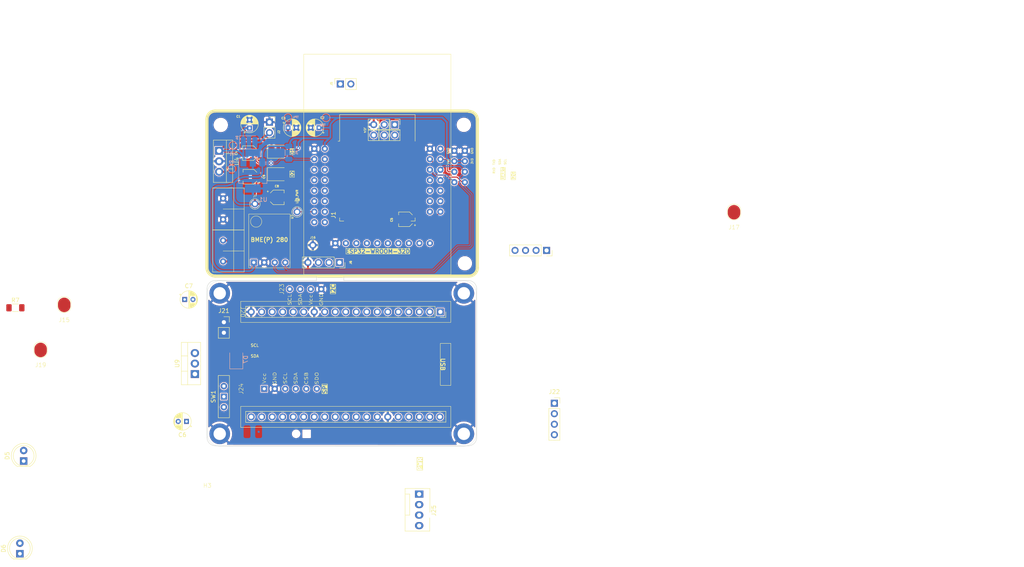
<source format=kicad_pcb>
(kicad_pcb (version 20240108) (generator "pcbnew") (generator_version "8.0")
  (layers (0 "F.Cu" signal) (31 "B.Cu" signal) (34 "B.Paste" user) (35 "F.Paste" user) (36 "B.SilkS" user "B.Silkscreen") (37 "F.SilkS" user "F.Silkscreen") (38 "B.Mask" user) (39 "F.Mask" user) (44 "Edge.Cuts" user))
  (net 0 "")
  (net 1 "GND")
  (net 2 "+3V3")
  (net 3 "+5V")
  (net 4 "/RXD")
  (net 5 "/TXD")
  (net 6 "/SDA")
  (net 7 "/GPIO_33")
  (net 8 "/SCL")
  (net 9 "/OUT3")
  (net 10 "/EN")
  (net 11 "/SOURCE2")
  (net 12 "/SOURCE1")
  (net 13 "/SOURCE3")
  (net 14 "/VDC")
  (net 15 "/DAC1")
  (net 16 "/DAC2")
  (net 17 "/GPIO39")
  (net 18 "/GPIO19")
  (net 19 "/GPIO17")
  (net 20 "/GPIO5")
  (net 21 "/GPIO18")
  (net 22 "/SD_DATA0")
  (net 23 "/ADC2_CH3")
  (net 24 "/SD_DATA3")
  (net 25 "/SD_CMD")
  (net 26 "/SD_CLK")
  (net 27 "/SD_DATA2")
  (net 28 "/SD_DATA1")
  (net 29 "/ADC2_CH0")
  (net 30 "/GPIO23")
  (net 31 "/GPIO36")
  (net 32 "/ADC2_CH2")
  (net 33 "/BOOT")
  (net 34 "/GPIO13")
  (net 35 "/SOURCE4")
  (net 36 "/SOURCE5")
  (net 37 "/SIPO_DATA")
  (net 38 "/SIPO_CLK")
  (net 39 "/SIPO_LATCH")
  (net 40 "/GPIO14")
  (net 41 "/OUT1")
  (net 42 "/VIN")
  (net 43 "Net-(D5-Pad1)")
  (net 44 "Net-(J15-Pin_1)")
  (net 45 "Net-(J19-Pin_1)")
  (net 46 "/OUT2")
  (net 58 "/ESP32-WROOM-32U Node/VIN")
  (net 63 "/ESP32-WROOM-32U Node/VDC")
  (net 74 "/ESP32-WROOM-32U Node/SPI-SDO")
  (net 75 "/ESP32-WROOM-32U Node/TX")
  (net 76 "Net-(J21-Pin_1)")
  (net 77 "/ESP32-WROOM-32U Node/SDA-2")
  (net 78 "/ESP32-WROOM-32U Node/SPI-CSB")
  (net 79 "/ESP32-WROOM-32U Node/SPI-SCL")
  (net 80 "/ESP32-WROOM-32U Node/3V3")
  (net 81 "/ESP32-WROOM-32U Node/SCL-2")
  (net 82 "/ESP32-WROOM-32U Node/RX")
  (net 83 "Net-(J21-Pin_2)")
  (net 85 "/ESP32-WROOM-32U Node/SPI-SDA")
  (net 87 "/ESP32-WROOM-32U Node/12V")
  (footprint "Capacitor_THT:CP_Radial_D4.0mm_P2.00mm" (layer "F.Cu") (at 107 44.2 180)
    (property "Reference" "C2")
    (property "Value" "1uF")
  )
  (footprint "LED_SMD:LED_1210_3225Metric_Pad1.42x2.65mm_HandSolder" (layer "F.Cu") (at 97 55.45)
    (property "Reference" "D2")
    (property "Value" "STATUS")
  )
  (footprint "Alexander Footprint Library:Board_65-40" (layer "F.Cu") (at 80 131.25)
    (property "Reference" "H3")
    (property "Value" "Project_Box_Board_65x40")
    (fp_line (start 0 -13) (end 0 -47) (stroke (width 0.05)) (layer "Edge.Cuts"))
    (fp_line (start 3 -50) (end 62 -50) (stroke (width 0.05)) (layer "Edge.Cuts"))
    (fp_line (start 62 -10) (end 3 -10) (stroke (width 0.05)) (layer "Edge.Cuts"))
    (fp_line (start 65 -47) (end 65 -13) (stroke (width 0.05)) (layer "Edge.Cuts"))
    (fp_arc (start 0 -47) (mid 0.87868 -49.12132) (end 3 -50) (stroke (width 0.05)) (layer "Edge.Cuts"))
    (fp_arc (start 3 -10) (mid 0.87868 -10.87868) (end 0 -13) (stroke (width 0.05)) (layer "Edge.Cuts"))
    (fp_arc (start 62 -50) (mid 64.12132 -49.12132) (end 65 -47) (stroke (width 0.05)) (layer "Edge.Cuts"))
    (fp_arc (start 65 -13) (mid 64.12132 -10.87868) (end 62 -10) (stroke (width 0.05)) (layer "Edge.Cuts"))
  )
  (footprint "Capacitor_SMD:CP_Elec_3x5.3" (layer "F.Cu") (at 90.3 50.35 180)
    (property "Reference" "C4")
    (property "Value" "0.1uF")
  )
  (footprint "Resistor_SMD:R_1206_3216Metric_Pad1.30x1.75mm_HandSolder" (layer "F.Cu") (at 33.612 87.7585)
    (property "Reference" "R7")
    (property "Value" "4K7")
  )
  (footprint "LED_THT:LED_D5.0mm" (layer "F.Cu") (at 34.7 147.25 90)
    (property "Reference" "D6")
    (property "Value" "LED_STATUS")
  )
  (footprint "Button_Switch_THT:SW_Slide-03_Wuerth-WS-SLTV_10x2.5x6.4_P2.54mm" (layer "F.Cu") (at 84 109.25 90)
    (property "Reference" "SW1")
    (property "Value" "SW_SPDT")
  )
  (footprint "Connector_PinSocket_2.54mm:PinSocket_1x04_P2.54mm_Vertical" (layer "F.Cu") (at 163.88 110.85)
    (property "Reference" "J22")
    (property "Value" "PWR_SATA_Conn_01x04")
  )
  (footprint "Alexander Footprint Library:Pad_1x01_P2.54_SMD" (layer "F.Cu") (at 39.712 102.098)
    (property "Reference" "J19")
    (property "Value" "LED_PWR")
  )
  (footprint "Alexanddr Footprints Library:ESP32-WROOM-Adapter-Socket-2" (layer "F.Cu") (at 121.1 56.9025)
    (property "Reference" "J1")
    (property "Value" "~")
  )
  (footprint "Alexander Footprint Library:Pad_1x01_P2.54_SMD" (layer "F.Cu") (at 45.412 91.198)
    (property "Reference" "J15")
    (property "Value" "LED_PWR")
  )
  (footprint "MountingHole:MountingHole_3mm" (layer "F.Cu") (at 142 43.5)
    (property "Reference" "H1" (hide yes))
    (property "Value" "MountingHole_Pad")
  )
  (footprint "Connector_PinSocket_2.54mm:PinSocket_1x02_P2.54mm_Vertical" (layer "F.Cu") (at 84 91.25)
    (property "Reference" "J21")
    (property "Value" "PWR")
  )
  (footprint "MountingHole:MountingHole_3mm" (layer "F.Cu") (at 83.25 43.53)
    (property "Reference" "H2" (hide yes))
    (property "Value" "MountingHole_Pad")
  )
  (footprint "Alexander Footprints Library:Conn_Terminal_5mm" (layer "F.Cu") (at 83.82 53.69)
    (property "Reference" "J9" (hide yes))
    (property "Value" "Conn_01x02_Socket")
  )
  (footprint "Alexander Footprint Library:Pad_1x01_P2.54_SMD" (layer "F.Cu") (at 207.3 68.7895)
    (property "Reference" "J17")
    (property "Value" "GND")
  )
  (footprint "Capacitor_THT:CP_Radial_D4.0mm_P2.00mm" (layer "F.Cu") (at 74.527401 85.75)
    (property "Reference" "C7")
    (property "Value" "1uF")
  )
  (footprint "Connector:FanPinHeader_1x04_P2.54mm_Vertical" (layer "F.Cu") (at 131.2 132.83 -90)
    (property "Reference" "J25")
    (property "Value" "Conn_01x04_Pin")
  )
  (footprint "Capacitor_SMD:CP_Elec_3x5.3" (layer "F.Cu") (at 90.4 56.05 180)
    (property "Reference" "C9")
    (property "Value" "0.1uF")
  )
  (footprint "Alexander Footprint Library:PinSocket_1x01_P2.54" (layer "F.Cu") (at 91.5 65.19)
    (property "Reference" "J7")
    (property "Value" "LED_PWR")
  )
  (footprint "Alexander Footprint Library:Conn_SPI" (layer "F.Cu") (at 88.68 107.35 90)
    (property "Reference" "J24")
    (property "Value" "~")
  )
  (footprint "Connector_PinSocket_2.54mm:PinSocket_1x02_P2.54mm_Vertical" (layer "F.Cu") (at 95.025 42.85)
    (property "Reference" "J2")
    (property "Value" "PWR")
  )
  (footprint "Connector_PinSocket_2.54mm:PinSocket_1x04_P2.54mm_Vertical" (layer "F.Cu") (at 111.94 76.8 -90)
    (property "Reference" "J6")
    (property "Value" "SOURCE")
  )
  (footprint "Connector_PinSocket_2.54mm:PinSocket_1x04_P2.54mm_Vertical" (layer "F.Cu") (at 162 73.875 -90)
    (property "Reference" "J10" (hide yes))
    (property "Value" "ADC")
  )
  (footprint "Capacitor_SMD:CP_Elec_3x5.3" (layer "F.Cu") (at 128 66.35 180)
    (property "Reference" "C5")
    (property "Value" "0.1uF")
  )
  (footprint "Capacitor_THT:CP_Radial_D4.0mm_P2.00mm" (layer "F.Cu") (at 99.5 44.2)
    (property "Reference" "C3")
    (property "Value" "1uF")
  )
  (footprint "Alexander Footprint Library:Conn_ESP32_WROOM-DevKit-38pins" (layer "F.Cu") (at 88.06 88.75 -90)
    (property "Reference" "J20")
    (property "Value" "~")
  )
  (footprint "Capacitor_SMD:CP_Elec_3x5.3" (layer "F.Cu") (at 96.8 61.05)
    (property "Reference" "C8")
    (property "Value" "10uF")
  )
  (footprint "Alexander Footprint Library:LD1117" (layer "F.Cu") (at 77 103.79 90)
    (property "Reference" "U9")
    (property "Value" "L7805")
  )
  (footprint "Alexander Footprint Library:PinSocket_1x01_P2.54" (layer "F.Cu") (at 101.7 67.12)
    (property "Reference" "J18")
    (property "Value" "LED_PWR")
  )
  (footprint "Alexander Footprint Library:Conn_I2C" (layer "F.Cu") (at 115.16 83.25 -90)
    (property "Reference" "J23")
    (property "Value" "I2C")
  )
  (footprint "Capacitor_THT:CP_Radial_D4.0mm_P2.00mm" (layer "F.Cu") (at 74.9726 115.25 180)
    (property "Reference" "C6")
    (property "Value" "1uF")
  )
  (footprint "Connector_PinSocket_2.54mm:PinSocket_1x02_P2.54mm_Vertical" (layer "F.Cu") (at 112.15 33.625 90)
    (property "Reference" "J5")
    (property "Value" "DAC")
  )
  (footprint "Alexander Footprint Library:CONN_2x3" (layer "F.Cu") (at 130.38 43.45 -90)
    (property "Reference" "J14")
    (property "Value" "GPIO")
  )
  (footprint "Alexander Footprints Library:Conn_UART" (layer "F.Cu") (at 139.7 42.15)
    (property "Reference" "J3" (hide yes))
    (property "Value" "UART")
  )
  (footprint "Alexander Footprint Library:PinSocket_1x01_P2.54" (layer "F.Cu") (at 105.5 75.19)
    (property "Reference" "J16")
    (property "Value" "GND")
  )
  (footprint "Capacitor_THT:CP_Radial_D4.0mm_P2.00mm" (layer "F.Cu") (at 90.2 44.3 90)
    (property "Reference" "C1")
    (property "Value" "1uF")
  )
  (footprint "Alexander Footprint Library:BME280_BMP280_I2C" (layer "F.Cu") (at 90 78.1 90)
    (property "Reference" "U7")
    (property "Value" "BME(P)280")
  )
  (footprint "Alexander Footprint Library:LD1117" (layer "F.Cu") (at 82.855 49.77 -90)
    (property "Reference" "U4")
    (property "Value" "L7805")
  )
  (footprint "Alexander Footprints Library:Conn_I2C" (layer "F.Cu") (at 142.24 42.15)
    (property "Reference" "J4" (hide yes))
    (property "Value" "I2C")
  )
  (footprint "LED_THT:LED_D5.0mm" (layer "F.Cu") (at 35.612 124.8335 90)
    (property "Reference" "D5")
    (property "Value" "LED_PWR")
  )
  (footprint "LED_SMD:LED_1210_3225Metric_Pad1.42x2.65mm_HandSolder" (layer "F.Cu") (at 97 50)
    (property "Reference" "D1")
    (property "Value" "PWR")
  )
  (footprint "MountingHole:MountingHole_3mm" (layer "F.Cu") (at 142.25 77)
    (property "Reference" "H4" (hide yes))
    (property "Value" "MountingHole_Pad")
  )
  (footprint "Alexander Footprints Library:Conn_Terminal_5mm" (layer "F.Cu") (at 83.82 63.85)
    (property "Reference" "J8" (hide yes))
    (property "Value" "Conn_01x02_Socket")
  )
  (footprint "TestPoint:TestPoint_Pad_D1.5mm" (layer "B.Cu") (at 99.5 41.75 180)
    (property "Reference" "TP4")
    (property "Value" "5V")
  )
  (footprint "TestPoint:TestPoint_Pad_D1.5mm" (layer "B.Cu") (at 108.7 41.75 180)
    (property "Reference" "TP3")
    (property "Value" "3V3")
  )
  (footprint "Diode_SMD:D_1210_3225Metric" (layer "B.Cu") (at 87 100.25 90)
    (property "Reference" "D7")
    (property "Value" "D")
  )
  (footprint "Resistor_SMD:R_1206_3216Metric_Pad1.30x1.75mm_HandSolder" (layer "B.Cu") (at 99.7 50.25 -90)
    (property "Reference" "R1")
    (property "Value" "10K")
  )
  (footprint "Diode_SMD:D_1210_3225Metric" (layer "B.Cu") (at 90.1 47.75)
    (property "Reference" "D4")
    (property "Value" "D")
  )
  (footprint "TestPoint:TestPoint_Pad_D1.5mm" (layer "B.Cu") (at 86.2 48.45 180)
    (property "Reference" "TP1")
    (property "Value" "VIN")
  )
  (footprint "TestPoint:TestPoint_Pad_D1.5mm" (layer "B.Cu") (at 85.9 54.15 180)
    (property "Reference" "TP2")
    (property "Value" "GND")
  )
  (footprint "Package_TO_SOT_SMD:SOT-223-3_TabPin2" (layer "B.Cu") (at 91 55.75 -90)
    (property "Reference" "U1")
    (property "Value" "AMS1117-3V3")
  )
  (gr_line (start 145.25 42.11421) (end 145.25 78.085782) (stroke (width 0.75)) (layer "F.SilkS"))
  (gr_line (start 81.914218 40.164218) (end 143.08579 40.164218) (stroke (width 0.75)) (layer "F.SilkS"))
  (gr_arc (start 145.25 78.085782) (mid 144.66422 79.500007) (end 143.25 80.085782) (stroke (width 0.75)) (layer "F.SilkS"))
  (gr_line (start 79.914218 42.11421) (end 79.914218 78.085782) (stroke (width 0.75)) (layer "F.SilkS"))
  (gr_arc (start 81.914218 80.085782) (mid 80.499999 79.500001) (end 79.914218 78.085782) (stroke (width 0.75)) (layer "F.SilkS"))
  (gr_arc (start 143.25 40.25) (mid 144.664214 40.835786) (end 145.25 42.25) (stroke (width 0.75)) (layer "F.SilkS"))
  (gr_arc (start 79.914218 42.164218) (mid 80.499999 40.749999) (end 81.914218 40.164218) (stroke (width 0.75)) (layer "F.SilkS"))
  (gr_line (start 81.914214 80.085782) (end 143.085786 80.085782) (stroke (width 0.75)) (layer "F.SilkS"))
  (gr_line (start 82.014214 80.235786) (end 106.4 80.25) (stroke (width 0.1)) (layer "Edge.Cuts"))
  (gr_line (start 80 42.25) (end 80.014214 78.235786) (stroke (width 0.1)) (layer "Edge.Cuts"))
  (gr_arc (start 79.921321 83.157107) (mid 80.507106 81.742896) (end 81.921321 81.157107) (stroke (width 0.1)) (layer "Edge.Cuts"))
  (gr_line (start 81.921321 121.128679) (end 143.107107 121.142893) (stroke (width 0.1)) (layer "Edge.Cuts"))
  (gr_arc (start 81.921321 121.128679) (mid 80.507101 120.542899) (end 79.921321 119.128679) (stroke (width 0.1)) (layer "Edge.Cuts"))
  (gr_line (start 143.092893 81.157107) (end 113 81.15) (stroke (width 0.1)) (layer "Edge.Cuts"))
  (gr_arc (start 145.107107 119.142893) (mid 144.521321 120.557107) (end 143.107107 121.142893) (stroke (width 0.1)) (layer "Edge.Cuts"))
  (gr_line (start 106.4 81.15) (end 81.921321 81.157107) (stroke (width 0.1)) (layer "Edge.Cuts"))
  (gr_arc (start 143.185786 40.264214) (mid 144.600004 40.849996) (end 145.185786 42.264214) (stroke (width 0.1)) (layer "Edge.Cuts"))
  (gr_line (start 113 80.25) (end 143.185786 80.235786) (stroke (width 0.1)) (layer "Edge.Cuts"))
  (gr_arc (start 82.014214 80.235786) (mid 80.599996 79.650004) (end 80.014214 78.235786) (stroke (width 0.1)) (layer "Edge.Cuts"))
  (gr_line (start 145.185786 42.264214) (end 145.185786 78.235786) (stroke (width 0.1)) (layer "Edge.Cuts"))
  (gr_arc (start 80 42.25) (mid 80.585786 40.835786) (end 82 40.25) (stroke (width 0.1)) (layer "Edge.Cuts"))
  (gr_line (start 145.107107 119.142893) (end 145.092893 83.157107) (stroke (width 0.1)) (layer "Edge.Cuts"))
  (gr_line (start 79.921321 119.128679) (end 79.921321 83.157107) (stroke (width 0.1)) (layer "Edge.Cuts"))
  (gr_line (start 106.4 81.15) (end 106.4 80.25) (stroke (width 0.1)) (layer "Edge.Cuts"))
  (gr_arc (start 145.185786 78.235786) (mid 144.600004 79.650004) (end 143.185786 80.235786) (stroke (width 0.1)) (layer "Edge.Cuts"))
  (gr_arc (start 143.092893 81.157107) (mid 144.507112 81.742888) (end 145.092893 83.157107) (stroke (width 0.1)) (layer "Edge.Cuts"))
  (gr_line (start 113 81.15) (end 113 80.25) (stroke (width 0.1)) (layer "Edge.Cuts"))
  (gr_line (start 143.185786 40.264214) (end 82 40.25) (stroke (width 0.1)) (layer "Edge.Cuts"))
  (gr_text "SCL" (at 90.4 96.85 0) (layer "F.SilkS") (effects (font (size 0.7 0.7) (thickness 0.125) (bold yes)) (justify left)))
  (gr_text "SDA" (at 90.4 99.45 0) (layer "F.SilkS") (effects (font (size 0.7 0.7) (thickness 0.125) (bold yes)) (justify left)))
  (gr_text "PWR" (at 132 127.25 90) (layer "F.SilkS" knockout) (effects (font (size 1 1) (thickness 0.25) (bold yes)) (justify left bottom)))
  (segment (start 84.21 66) (end 83.82 66.39) (width 0.5) (layer "F.Cu") (net 1))
  (segment (start 95.5 54.8625) (end 95.5125 54.85) (width 0.25) (layer "F.Cu") (net 1))
  (segment (start 95.5 55.4625) (end 95.5125 55.45) (width 0.25) (layer "F.Cu") (net 1))
  (segment (start 91.5 59.65) (end 91.9 59.25) (width 0.5) (layer "F.Cu") (net 2))
  (segment (start 101.15 50) (end 102 49.15) (width 0.5) (layer "F.Cu") (net 2))
  (segment (start 94.63 62.62) (end 91.5 62.62) (width 0.5) (layer "F.Cu") (net 2))
  (segment (start 91.9 59.25) (end 91.9 56.05) (width 0.5) (layer "F.Cu") (net 2))
  (segment (start 98.4875 50) (end 101.15 50) (width 0.5) (layer "F.Cu") (net 2))
  (segment (start 95.3 61.05) (end 95.3 61.95) (width 0.5) (layer "F.Cu") (net 2))
  (segment (start 95.3 61.95) (end 94.63 62.62) (width 0.5) (layer "F.Cu") (net 2))
  (segment (start 91.5 62.62) (end 91.5 59.65) (width 0.5) (layer "F.Cu") (net 2))
  (via (at 102 49.15) (size 0.8) (drill 0.4) (layers "F.Cu" "B.Cu") (net 2))
  (segment (start 96.075 48.7) (end 97.525 48.7) (width 0.5) (layer "B.Cu") (net 2))
  (segment (start 108.4 49.2825) (end 108.4 47.85) (width 0.5) (layer "B.Cu") (net 2))
  (segment (start 109.408578 44.2) (end 107 44.2) (width 0.5) (layer "B.Cu") (net 2))
  (segment (start 109.5 46.75) (end 109.75 46.5) (width 0.5) (layer "B.Cu") (net 2))
  (segment (start 81.3 75.997918) (end 81.3 59.75104) (width 0.5) (layer "B.Cu") (net 2))
  (segment (start 93.3 54.905025) (end 93.3 52.6) (width 0.5) (layer "B.Cu") (net 2))
  (segment (start 100 48.7) (end 100 48.03033) (width 0.5) (layer "B.Cu") (net 2))
  (segment (start 137.9 51.55) (end 138.66 52.31) (width 0.5) (layer "B.Cu") (net 2))
  (segment (start 84.202081 78.9) (end 89.990883 78.9) (width 0.5) (layer "B.Cu") (net 2))
  (segment (start 109.75 45) (end 109.75 44.141421) (width 0.5) (layer "B.Cu") (net 2))
  (segment (start 103 46.75) (end 101.28033 46.75) (width 0.5) (layer "B.Cu") (net 2))
  (segment (start 109.75 43.858578) (end 109.75 44.141421) (width 0.5) (layer "B.Cu") (net 2))
  (segment (start 138.66 52.31) (end 139.7 52.31) (width 0.5) (layer "B.Cu") (net 2))
  (segment (start 139.7 52.31) (end 142.24 52.31) (width 0.5) (layer "B.Cu") (net 2))
  (segment (start 129.1 41.75) (end 136.8 41.75) (width 0.5) (layer "B.Cu") (net 2))
  (segment (start 112.31066 41.75) (end 129.1 41.75) (width 0.5) (layer "B.Cu") (net 2))
  (segment (start 88.207106 62.75) (end 91.5 62.75) (width 0.5) (layer "B.Cu") (net 2))
  (segment (start 86.5 61.042893) (end 86.5 57.5) (width 0.5) (layer "B.Cu") (net 2))
  (segment (start 103 46.75) (end 109.5 46.75) (width 0.5) (layer "B.Cu") (net 2))
  (segment (start 137.9 42.85) (end 137.9 51.55) (width 0.5) (layer "B.Cu") (net 2))
  (segment (start 91.22 77.670883) (end 91.22 76.8) (width 0.5) (layer "B.Cu") (net 2))
  (segment (start 89.455634 56.1) (end 92.105025 56.1) (width 0.5) (layer "B.Cu") (net 2))
  (segment (start 96.075 48.7) (end 95.177817 48.7) (width 0.5) (layer "B.Cu") (net 2))
  (segment (start 136.8 41.75) (end 137.9 42.85) (width 0.5) (layer "B.Cu") (net 2))
  (segment (start 108.4 47.85) (end 109.75 46.5) (width 0.5) (layer "B.Cu") (net 2))
  (segment (start 109.75 46.5) (end 109.75 45) (width 0.5) (layer "B.Cu") (net 2))
  (segment (start 110.015165 42.984834) (end 110.5 42.5) (width 0.5) (layer "B.Cu") (net 2))
  (segment (start 102 47.75) (end 103 46.75) (width 0.5) (layer "B.Cu") (net 2))
  (segment (start 109.75 43.858578) (end 109.75 43.625) (width 0.5) (layer "B.Cu") (net 2))
  (segment (start 93.3 52.6) (end 93.3 50.577817) (width 0.5) (layer "B.Cu") (net 2))
  (segment (start 82.75104 58.3) (end 84.144365 58.3) (width 0.5) (layer "B.Cu") (net 2))
  (segment (start 102 49.15) (end 102 47.75) (width 0.5) (layer "B.Cu") (net 2))
  (segment (start 129.3 41.75) (end 129.1 41.75) (width 0.5) (layer "B.Cu") (net 2))
  (segment (start 108.7 41.75) (end 112.31066 41.75) (width 0.5) (layer "B.Cu") (net 2))
  (segment (start 100 48.7) (end 97.525 48.7) (width 0.5) (layer "B.Cu") (net 2))
  (arc (start 93.3 54.905025) (mid 93.209037 55.362322) (end 92.95 55.75) (width 0.5) (layer "B.Cu") (net 2))
  (arc (start 86.8 57.2) (mid 85.581584 58.014119) (end 84.144365 58.3) (width 0.5) (layer "B.Cu") (net 2))
  (arc (start 89.455634 56.1) (mid 88.018415 56.38588) (end 86.8 57.2) (width 0.5) (layer "B.Cu") (net 2))
  (arc (start 86.5 61.042893) (mid 86.629945 61.696174) (end 87 62.25) (width 0.5) (layer "B.Cu") (net 2))
  (arc (start 82.75104 58.3) (mid 82.195751 58.410453) (end 81.725 58.725) (width 0.5) (layer "B.Cu") (net 2))
  (arc (start 92.95 55.75) (mid 92.562322 56.009037) (end 92.105025 56.1) (width 0.5) (layer "B.Cu") (net 2))
  (arc (start 109.75 43.625) (mid 109.818914 43.278544) (end 110.015165 42.984834) (width 0.5) (layer "B.Cu") (net 2))
  (arc (start 95.177817 48.7) (mid 94.459207 48.84294) (end 93.85 49.25) (width 0.5) (layer "B.Cu") (net 2))
  (arc (start 82.15 78.05) (mid 83.091502 78.679092) (end 84.202081 78.9) (width 0.5) (layer "B.Cu") (net 2))
  (arc (start 109.75 44.141421) (mid 109.713838 44.087301) (end 109.65 44.1) (width 0.5) (layer "B.Cu") (net 2))
  (arc (start 93.85 49.25) (mid 93.44294 49.859207) (end 93.3 50.577817) (width 0.5) (layer "B.Cu") (net 2))
  (arc (start 90.86 78.54) (mid 90.461245 78.806439) (end 89.990883 78.9) (width 0.5) (layer "B.Cu") (net 2))
  (arc (start 109.65 44.1) (mid 109.539234 44.17401) (end 109.408578 44.2) (width 0.5) (layer "B.Cu") (net 2))
  (arc (start 87 62.25) (mid 87.553825 62.620054) (end 88.207106 62.75) (width 0.5) (layer "B.Cu") (net 2))
  (arc (start 81.725 58.725) (mid 81.410453 59.195751) (end 81.3 59.75104) (width 0.5) (layer "B.Cu") (net 2))
  (arc (start 101.28033 46.75) (mid 100.790368 46.847459) (end 100.375 47.125) (width 0.5) (layer "B.Cu") (net 2))
  (arc (start 91.22 77.670883) (mid 91.126439 78.141245) (end 90.86 78.54) (width 0.5) (layer "B.Cu") (net 2))
  (arc (start 110.5 42.5) (mid 111.330737 41.944918) (end 112.31066 41.75) (width 0.5) (layer "B.Cu") (net 2))
  (arc (start 109.65 44.1) (mid 109.72401 43.989234) (end 109.75 43.858578) (width 0.5) (layer "B.Cu") (net 2))
  (arc (start 100.375 47.125) (mid 100.097459 47.540368) (end 100 48.03033) (width 0.5) (layer "B.Cu") (net 2))
  (arc (start 81.3 75.997918) (mid 81.520907 77.108496) (end 82.15 78.05) (width 0.5) (layer "B.Cu") (net 2))
  (segment (start 99.5 45.693413) (end 99.5 44.2) (width 0.5) (layer "F.Cu") (net 3))
  (segment (start 98.6375 46.9625) (end 99.2125 46.3875) (width 0.5) (layer "F.Cu") (net 3))
  (segment (start 88.1 47.25) (end 97.943413 47.25) (width 0.5) (layer "F.Cu") (net 3))
  (segment (start 84.9 54.85) (end 85.4 54.35) (width 0.5) (layer "F.Cu") (net 3))
  (segment (start 85.4 54.35) (end 85.4 49.95) (width 0.5) (layer "F.Cu") (net 3))
  (segment (start 82.855 54.85) (end 84.9 54.85) (width 0.5) (layer "F.Cu") (net 3))
  (segment (start 85.4 49.95) (end 88.1 47.25) (width 0.5) (layer "F.Cu") (net 3))
  (arc (start 97.943413 47.25) (mid 98.31905 47.175281) (end 98.6375 46.9625) (width 0.5) (layer "F.Cu") (net 3))
  (arc (start 99.5 45.693413) (mid 99.425281 46.06905) (end 99.2125 46.3875) (width 0.5) (layer "F.Cu") (net 3))
  (segment (start 99.5 42.25) (end 99.5 44.2) (width 0.25) (layer "B.Cu") (net 3))
  (segment (start 139.7 57.35) (end 139.7 57.39) (width 0.25) (layer "F.Cu") (net 4))
  (segment (start 140.3 57.45) (end 139.3 57.45) (width 0.25) (layer "F.Cu") (net 4))
  (segment (start 139.04 57.39) (end 139.7 57.39) (width 0.25) (layer "F.Cu") (net 4))
  (segment (start 137.96 55.65) (end 139.7 57.39) (width 0.25) (layer "B.Cu") (net 4))
  (segment (start 133.8 54.3625) (end 135.0875 55.65) (width 0.25) (layer "B.Cu") (net 4))
  (segment (start 135.0875 55.65) (end 137.96 55.65) (width 0.25) (layer "B.Cu") (net 4))
  (segment (start 138 52.25) (end 137.5725 51.8225) (width 0.25) (layer "F.Cu") (net 5))
  (segment (start 139.7 54.85) (end 138.3 54.85) (width 0.25) (layer "F.Cu") (net 5))
  (segment (start 137.5725 51.8225) (end 136.34 51.8225) (width 0.25) (layer "F.Cu") (net 5))
  (segment (start 138 54.55) (end 138 52.25) (width 0.25) (layer "F.Cu") (net 5))
  (segment (start 138.3 54.85) (end 138 54.55) (width 0.25) (layer "F.Cu") (net 5))
  (segment (start 139.7 54.85) (end 139.5 54.85) (width 0.25) (layer "F.Cu") (net 5))
  (segment (start 142.24 54.85) (end 142.24 55.51) (width 0.25) (layer "F.Cu") (net 6))
  (segment (start 98.84 76.8) (end 98.84 78.09) (width 0.25) (layer "B.Cu") (net 6))
  (segment (start 141 57.95) (end 141 56.09) (width 0.25) (layer "B.Cu") (net 6))
  (segment (start 140.990501 53.600501) (end 142.24 54.85) (width 0.25) (layer "B.Cu") (net 6))
  (segment (start 136.34 54.3625) (end 137.101999 53.600501) (width 0.25) (layer "B.Cu") (net 6))
  (segment (start 143.281802 72.781802) (end 143.55 72.513604) (width 0.25) (layer "B.Cu") (net 6))
  (segment (start 99.4 78.65) (end 130.7 78.65) (width 0.25) (layer "B.Cu") (net 6))
  (segment (start 130.7 78.65) (end 134.55 78.65) (width 0.25) (layer "B.Cu") (net 6))
  (segment (start 143.55 72.513604) (end 143.55 60.5) (width 0.25) (layer "B.Cu") (net 6))
  (segment (start 143.55 60.5) (end 141 57.95) (width 0.25) (layer "B.Cu") (net 6))
  (segment (start 140.418198 72.781802) (end 143.281802 72.781802) (width 0.25) (layer "B.Cu") (net 6))
  (segment (start 98.84 78.09) (end 99.4 78.65) (width 0.25) (layer "B.Cu") (net 6))
  (segment (start 141 56.09) (end 142.24 54.85) (width 0.25) (layer "B.Cu") (net 6))
  (segment (start 137.101999 53.600501) (end 140.990501 53.600501) (width 0.25) (layer "B.Cu") (net 6))
  (segment (start 134.55 78.65) (end 140.418198 72.781802) (width 0.25) (layer "B.Cu") (net 6))
  (segment (start 135.1 55.15) (end 135.6 55.65) (width 0.25) (layer "F.Cu") (net 8))
  (segment (start 133.8 51.8225) (end 135.1 53.1225) (width 0.25) (layer "F.Cu") (net 8))
  (segment (start 141.603604 57.39) (end 142.24 57.39) (width 0.25) (layer "F.Cu") (net 8))
  (segment (start 137.3 55.65) (end 137.8 56.15) (width 0.25) (layer "F.Cu") (net 8))
  (segment (start 135.1 53.1225) (end 135.1 55.15) (width 0.25) (layer "F.Cu") (net 8))
  (segment (start 135.6 55.65) (end 137.3 55.65) (width 0.25) (layer "F.Cu") (net 8))
  (segment (start 140.363604 56.15) (end 141.603604 57.39) (width 0.25) (layer "F.Cu") (net 8))
  (segment (start 137.8 56.15) (end 140.363604 56.15) (width 0.25) (layer "F.Cu") (net 8))
  (segment (start 142.24 58.553604) (end 142.24 57.39) (width 0.25) (layer "B.Cu") (net 8))
  (segment (start 144 72.7) (end 144 60.313604) (width 0.25) (layer "B.Cu") (net 8))
  (segment (start 134.8 79.1) (end 140.6 73.3) (width 0.25) (layer "B.Cu") (net 8))
  (segment (start 140.6 73.3) (end 143.4 73.3) (width 0.25) (layer "B.Cu") (net 8))
  (segment (start 96.3 76.8) (end 96.3 78.45) (width 0.25) (layer "B.Cu") (net 8))
  (segment (start 143.4 73.3) (end 144 72.7) (width 0.25) (layer "B.Cu") (net 8))
  (segment (start 96.3 78.45) (end 96.95 79.1) (width 0.25) (layer "B.Cu") (net 8))
  (segment (start 144 60.313604) (end 142.24 58.553604) (width 0.25) (layer "B.Cu") (net 8))
  (segment (start 96.95 79.1) (end 134.8 79.1) (width 0.25) (layer "B.Cu") (net 8))
  (segment (start 92.3 52.75) (end 91.8 52.25) (width 0.25) (layer "F.Cu") (net 10))
  (segment (start 91.8 52.25) (end 91.8 50.35) (width 0.25) (layer "F.Cu") (net 10))
  (segment (start 95.4 52.75) (end 92.3 52.75) (width 0.25) (layer "F.Cu") (net 10))
  (via (at 95.4 52.75) (size 0.8) (drill 0.4) (layers "F.Cu" "B.Cu") (net 10))
  (segment (start 95.4 52.75) (end 96.7 52.75) (width 0.25) (layer "B.Cu") (net 10))
  (segment (start 101.4 51.8) (end 101.45 51.8) (width 0.25) (layer "B.Cu") (net 10))
  (segment (start 105.86 51.8225) (end 101.4225 51.8225) (width 0.25) (layer "B.Cu") (net 10))
  (segment (start 99.7 51.8) (end 101.4 51.8) (width 0.25) (layer "B.Cu") (net 10))
  (segment (start 97.65 51.8) (end 99.7 51.8) (width 0.25) (layer "B.Cu") (net 10))
  (segment (start 101.4225 51.8225) (end 101.4 51.8) (width 0.25) (layer "B.Cu") (net 10))
  (segment (start 96.7 52.75) (end 97.65 51.8) (width 0.25) (layer "B.Cu") (net 10))
  (segment (start 86.37 71.47) (end 88 73.1) (width 0.5) (layer "F.Cu") (net 11))
  (segment (start 88 73.1) (end 99 73.1) (width 0.5) (layer "F.Cu") (net 11))
  (segment (start 83.82 71.47) (end 86.37 71.47) (width 0.5) (layer "F.Cu") (net 11))
  (segment (start 86.275 76.55) (end 88.075 74.75) (width 0.5) (layer "F.Cu") (net 12))
  (segment (start 83.82 76.55) (end 86.275 76.55) (width 0.5) (layer "F.Cu") (net 12))
  (segment (start 88.075 74.75) (end 99.75 74.75) (width 0.5) (layer "F.Cu") (net 12))
  (segment (start 95.025 45.425) (end 92.7 47.75) (width 0.5) (layer "B.Cu") (net 14))
  (segment (start 92.7 47.75) (end 91.5 47.75) (width 0.5) (layer "B.Cu") (net 14))
  (segment (start 95.025 45.39) (end 95.025 45.425) (width 0.5) (layer "B.Cu") (net 14))
  (segment (start 129.5 66.35) (end 134.5125 66.35) (width 0.25) (layer "F.Cu") (net 33))
  (segment (start 134.5125 66.35) (end 136.34 64.5225) (width 0.25) (layer "F.Cu") (net 33))
  (segment (start 101.7 56.05) (end 101.1 55.45) (width 0.25) (layer "F.Cu") (net 40))
  (segment (start 101.7 64.55) (end 105.8325 64.55) (width 0.25) (layer "F.Cu") (net 40))
  (segment (start 105.8325 64.55) (end 105.86 64.5225) (width 0.25) (layer "F.Cu") (net 40))
  (segment (start 101.1 55.45) (end 98.4875 55.45) (width 0.25) (layer "F.Cu") (net 40))
  (segment (start 101.7 64.55) (end 101.7 56.05) (width 0.25) (layer "F.Cu") (net 40))
  (segment (start 82.98 49.77) (end 82.855 49.77) (width 0.5) (layer "F.Cu") (net 42))
  (segment (start 90.2 44.3) (end 88.45 44.3) (width 0.5) (layer "F.Cu") (net 42))
  (segment (start 88.45 44.3) (end 82.98 49.77) (width 0.5) (layer "F.Cu") (net 42))
  (segment (start 88.7 50.546446) (end 88.7 51.253553) (width 0.5) (layer "B.Cu") (net 42))
  (segment (start 88.7 45.153553) (end 88.7 47.4) (width 0.5) (layer "B.Cu") (net 42))
  (segment (start 86.2 49.11) (end 86.2 48.45) (width 0.25) (layer "B.Cu") (net 42))
  (segment (start 88.45 50.65) (end 88.2 50.4) (width 0.5) (layer "B.Cu") (net 42))
  (segment (start 88.7 50.546446) (end 88.7 47.4) (width 0.5) (layer "B.Cu") (net 42))
  (segment (start 88.45 50.65) (end 88.054368 50.254368) (width 0.5) (layer "B.Cu") (net 42))
  (segment (start 89.553553 44.3) (end 90.2 44.3) (width 0.5) (layer "B.Cu") (net 42))
  (segment (start 88.7 51.253553) (end 88.7 52.6) (width 0.5) (layer "B.Cu") (net 42))
  (segment (start 86.86 49.77) (end 85.54 49.77) (width 0.5) (layer "B.Cu") (net 42))
  (segment (start 86.885 49.77) (end 86.86 49.77) (width 0.5) (layer "B.Cu") (net 42))
  (segment (start 85.54 49.77) (end 82.855 49.77) (width 0.5) (layer "B.Cu") (net 42))
  (arc (start 89.553553 44.3) (mid 89.226912 44.364972) (end 88.95 44.55) (width 0.5) (layer "B.Cu") (net 42))
  (arc (start 86.2 49.11) (mid 86.393309 49.57669) (end 86.86 49.77) (width 0.25) (layer "B.Cu") (net 42))
  (arc (start 88.7 51.253553) (mid 88.635027 50.926912) (end 88.45 50.65) (width 0.5) (layer "B.Cu") (net 42))
  (arc (start 88.45 50.65) (mid 88.45 50.65) (end 88.45 50.65) (width 0.5) (layer "B.Cu") (net 42))
  (arc (start 88.45 50.65) (mid 88.609596 50.681745) (end 88.7 50.546446) (width 0.5) (layer "B.Cu") (net 42))
  (arc (start 88.054368 50.254368) (mid 87.517857 49.895883) (end 86.885 49.77) (width 0.5) (layer "B.Cu") (net 42))
  (arc (start 88.95 44.55) (mid 88.764972 44.826912) (end 88.7 45.153553) (width 0.5) (layer "B.Cu") (net 42))
  (segment (start 92.425 117.775) (end 92.4 117.75) (width 0.5) (layer "B.Cu") (net 63))
  (zone (net 1) (net_name "GND") (layer "F.Cu") (priority 1) (connect_pads (clearance 0)) (min_thickness 0.25) (fill yes (thermal_gap 0.5) (thermal_bridge_width 0.5))
    (polygon (pts (xy 80 40.25) (xy 80.3 80.35) (xy 145.55 80.35) (xy 145.25 40.25)))
  )
  (zone (net 1) (net_name "GND") (layer "F.Cu") (priority 2) (connect_pads (clearance 0)) (min_thickness 0.25) (fill yes (thermal_gap 0.5) (thermal_bridge_width 0.5))
    (polygon (pts (xy 79.8 121.45) (xy 145.7 121.45) (xy 145.2 80.95) (xy 79.5 80.95)))
  )
  (zone (net 1) (net_name "GND") (layer "B.Cu") (connect_pads (clearance 0)) (min_thickness 0.25) (fill yes (thermal_gap 0.5) (thermal_bridge_width 0.5))
    (polygon (pts (xy 80 40.25) (xy 145.2 40.25) (xy 145.4 80.45) (xy 80.2 80.45)))
  )
  (zone (net 1) (net_name "GND") (layer "B.Cu") (priority 3) (connect_pads (clearance 0)) (min_thickness 0.25) (fill yes (thermal_gap 0.5) (thermal_bridge_width 0.5))
    (polygon (pts (xy 145.6 121.45) (xy 145.2 80.95) (xy 79.5 80.95) (xy 79.7 121.45)))
  )
)
</source>
